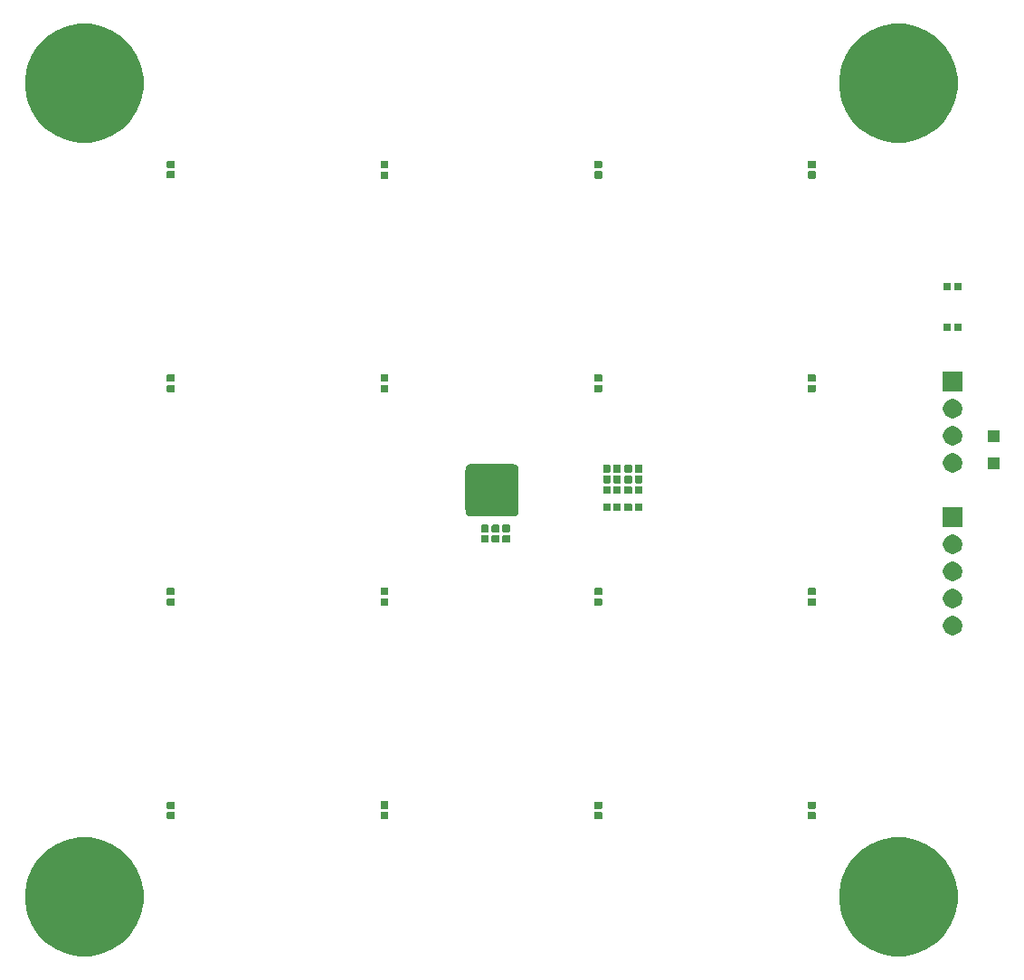
<source format=gbr>
G04 #@! TF.GenerationSoftware,KiCad,Pcbnew,(5.1.5)-3*
G04 #@! TF.CreationDate,2020-04-16T13:08:58+02:00*
G04 #@! TF.ProjectId,TGPG_breakoutboard,54475047-5f62-4726-9561-6b6f7574626f,rev?*
G04 #@! TF.SameCoordinates,Original*
G04 #@! TF.FileFunction,Soldermask,Top*
G04 #@! TF.FilePolarity,Negative*
%FSLAX46Y46*%
G04 Gerber Fmt 4.6, Leading zero omitted, Abs format (unit mm)*
G04 Created by KiCad (PCBNEW (5.1.5)-3) date 2020-04-16 13:08:58*
%MOMM*%
%LPD*%
G04 APERTURE LIST*
%ADD10C,0.600000*%
%ADD11C,0.100000*%
G04 APERTURE END LIST*
D10*
G36*
X142150000Y-92150000D02*
G01*
X137850000Y-92150000D01*
X137850000Y-87850000D01*
X142150000Y-87850000D01*
X142150000Y-92150000D01*
G37*
X142150000Y-92150000D02*
X137850000Y-92150000D01*
X137850000Y-87850000D01*
X142150000Y-87850000D01*
X142150000Y-92150000D01*
D11*
G36*
X179719166Y-122762321D02*
G01*
X180729383Y-123180767D01*
X180729385Y-123180768D01*
X180958220Y-123333671D01*
X181638556Y-123788256D01*
X182411744Y-124561444D01*
X183019233Y-125470617D01*
X183437679Y-126480834D01*
X183651000Y-127553273D01*
X183651000Y-128646727D01*
X183437679Y-129719166D01*
X183019233Y-130729383D01*
X182411744Y-131638556D01*
X181638556Y-132411744D01*
X180958220Y-132866329D01*
X180729385Y-133019232D01*
X180729384Y-133019233D01*
X180729383Y-133019233D01*
X179719166Y-133437679D01*
X178646727Y-133651000D01*
X177553273Y-133651000D01*
X176480834Y-133437679D01*
X175470617Y-133019233D01*
X175470616Y-133019233D01*
X175470615Y-133019232D01*
X175241780Y-132866329D01*
X174561444Y-132411744D01*
X173788256Y-131638556D01*
X173180767Y-130729383D01*
X172762321Y-129719166D01*
X172549000Y-128646727D01*
X172549000Y-127553273D01*
X172762321Y-126480834D01*
X173180767Y-125470617D01*
X173788256Y-124561444D01*
X174561444Y-123788256D01*
X175241780Y-123333670D01*
X175470615Y-123180768D01*
X175470617Y-123180767D01*
X176480834Y-122762321D01*
X177553273Y-122549000D01*
X178646727Y-122549000D01*
X179719166Y-122762321D01*
G37*
G36*
X103519166Y-122762321D02*
G01*
X104529383Y-123180767D01*
X104529385Y-123180768D01*
X104758220Y-123333671D01*
X105438556Y-123788256D01*
X106211744Y-124561444D01*
X106819233Y-125470617D01*
X107237679Y-126480834D01*
X107451000Y-127553273D01*
X107451000Y-128646727D01*
X107237679Y-129719166D01*
X106819233Y-130729383D01*
X106211744Y-131638556D01*
X105438556Y-132411744D01*
X104758220Y-132866329D01*
X104529385Y-133019232D01*
X104529384Y-133019233D01*
X104529383Y-133019233D01*
X103519166Y-133437679D01*
X102446727Y-133651000D01*
X101353273Y-133651000D01*
X100280834Y-133437679D01*
X99270617Y-133019233D01*
X99270616Y-133019233D01*
X99270615Y-133019232D01*
X99041780Y-132866329D01*
X98361444Y-132411744D01*
X97588256Y-131638556D01*
X96980767Y-130729383D01*
X96562321Y-129719166D01*
X96349000Y-128646727D01*
X96349000Y-127553273D01*
X96562321Y-126480834D01*
X96980767Y-125470617D01*
X97588256Y-124561444D01*
X98361444Y-123788256D01*
X99041780Y-123333670D01*
X99270615Y-123180768D01*
X99270617Y-123180767D01*
X100280834Y-122762321D01*
X101353273Y-122549000D01*
X102446727Y-122549000D01*
X103519166Y-122762321D01*
G37*
G36*
X110281938Y-120141716D02*
G01*
X110302557Y-120147971D01*
X110321553Y-120158124D01*
X110338208Y-120171792D01*
X110351876Y-120188447D01*
X110362029Y-120207443D01*
X110368284Y-120228062D01*
X110371000Y-120255640D01*
X110371000Y-120714360D01*
X110368284Y-120741938D01*
X110362029Y-120762557D01*
X110351876Y-120781553D01*
X110338208Y-120798208D01*
X110321553Y-120811876D01*
X110302557Y-120822029D01*
X110281938Y-120828284D01*
X110254360Y-120831000D01*
X109745640Y-120831000D01*
X109718062Y-120828284D01*
X109697443Y-120822029D01*
X109678447Y-120811876D01*
X109661792Y-120798208D01*
X109648124Y-120781553D01*
X109637971Y-120762557D01*
X109631716Y-120741938D01*
X109629000Y-120714360D01*
X109629000Y-120255640D01*
X109631716Y-120228062D01*
X109637971Y-120207443D01*
X109648124Y-120188447D01*
X109661792Y-120171792D01*
X109678447Y-120158124D01*
X109697443Y-120147971D01*
X109718062Y-120141716D01*
X109745640Y-120139000D01*
X110254360Y-120139000D01*
X110281938Y-120141716D01*
G37*
G36*
X150281938Y-120141716D02*
G01*
X150302557Y-120147971D01*
X150321553Y-120158124D01*
X150338208Y-120171792D01*
X150351876Y-120188447D01*
X150362029Y-120207443D01*
X150368284Y-120228062D01*
X150371000Y-120255640D01*
X150371000Y-120714360D01*
X150368284Y-120741938D01*
X150362029Y-120762557D01*
X150351876Y-120781553D01*
X150338208Y-120798208D01*
X150321553Y-120811876D01*
X150302557Y-120822029D01*
X150281938Y-120828284D01*
X150254360Y-120831000D01*
X149745640Y-120831000D01*
X149718062Y-120828284D01*
X149697443Y-120822029D01*
X149678447Y-120811876D01*
X149661792Y-120798208D01*
X149648124Y-120781553D01*
X149637971Y-120762557D01*
X149631716Y-120741938D01*
X149629000Y-120714360D01*
X149629000Y-120255640D01*
X149631716Y-120228062D01*
X149637971Y-120207443D01*
X149648124Y-120188447D01*
X149661792Y-120171792D01*
X149678447Y-120158124D01*
X149697443Y-120147971D01*
X149718062Y-120141716D01*
X149745640Y-120139000D01*
X150254360Y-120139000D01*
X150281938Y-120141716D01*
G37*
G36*
X170281938Y-120141716D02*
G01*
X170302557Y-120147971D01*
X170321553Y-120158124D01*
X170338208Y-120171792D01*
X170351876Y-120188447D01*
X170362029Y-120207443D01*
X170368284Y-120228062D01*
X170371000Y-120255640D01*
X170371000Y-120714360D01*
X170368284Y-120741938D01*
X170362029Y-120762557D01*
X170351876Y-120781553D01*
X170338208Y-120798208D01*
X170321553Y-120811876D01*
X170302557Y-120822029D01*
X170281938Y-120828284D01*
X170254360Y-120831000D01*
X169745640Y-120831000D01*
X169718062Y-120828284D01*
X169697443Y-120822029D01*
X169678447Y-120811876D01*
X169661792Y-120798208D01*
X169648124Y-120781553D01*
X169637971Y-120762557D01*
X169631716Y-120741938D01*
X169629000Y-120714360D01*
X169629000Y-120255640D01*
X169631716Y-120228062D01*
X169637971Y-120207443D01*
X169648124Y-120188447D01*
X169661792Y-120171792D01*
X169678447Y-120158124D01*
X169697443Y-120147971D01*
X169718062Y-120141716D01*
X169745640Y-120139000D01*
X170254360Y-120139000D01*
X170281938Y-120141716D01*
G37*
G36*
X130281938Y-120126716D02*
G01*
X130302557Y-120132971D01*
X130321553Y-120143124D01*
X130338208Y-120156792D01*
X130351876Y-120173447D01*
X130362029Y-120192443D01*
X130368284Y-120213062D01*
X130371000Y-120240640D01*
X130371000Y-120699360D01*
X130368284Y-120726938D01*
X130362029Y-120747557D01*
X130351876Y-120766553D01*
X130338208Y-120783208D01*
X130321553Y-120796876D01*
X130302557Y-120807029D01*
X130281938Y-120813284D01*
X130254360Y-120816000D01*
X129745640Y-120816000D01*
X129718062Y-120813284D01*
X129697443Y-120807029D01*
X129678447Y-120796876D01*
X129661792Y-120783208D01*
X129648124Y-120766553D01*
X129637971Y-120747557D01*
X129631716Y-120726938D01*
X129629000Y-120699360D01*
X129629000Y-120240640D01*
X129631716Y-120213062D01*
X129637971Y-120192443D01*
X129648124Y-120173447D01*
X129661792Y-120156792D01*
X129678447Y-120143124D01*
X129697443Y-120132971D01*
X129718062Y-120126716D01*
X129745640Y-120124000D01*
X130254360Y-120124000D01*
X130281938Y-120126716D01*
G37*
G36*
X170281938Y-119171716D02*
G01*
X170302557Y-119177971D01*
X170321553Y-119188124D01*
X170338208Y-119201792D01*
X170351876Y-119218447D01*
X170362029Y-119237443D01*
X170368284Y-119258062D01*
X170371000Y-119285640D01*
X170371000Y-119744360D01*
X170368284Y-119771938D01*
X170362029Y-119792557D01*
X170351876Y-119811553D01*
X170338208Y-119828208D01*
X170321553Y-119841876D01*
X170302557Y-119852029D01*
X170281938Y-119858284D01*
X170254360Y-119861000D01*
X169745640Y-119861000D01*
X169718062Y-119858284D01*
X169697443Y-119852029D01*
X169678447Y-119841876D01*
X169661792Y-119828208D01*
X169648124Y-119811553D01*
X169637971Y-119792557D01*
X169631716Y-119771938D01*
X169629000Y-119744360D01*
X169629000Y-119285640D01*
X169631716Y-119258062D01*
X169637971Y-119237443D01*
X169648124Y-119218447D01*
X169661792Y-119201792D01*
X169678447Y-119188124D01*
X169697443Y-119177971D01*
X169718062Y-119171716D01*
X169745640Y-119169000D01*
X170254360Y-119169000D01*
X170281938Y-119171716D01*
G37*
G36*
X150281938Y-119171716D02*
G01*
X150302557Y-119177971D01*
X150321553Y-119188124D01*
X150338208Y-119201792D01*
X150351876Y-119218447D01*
X150362029Y-119237443D01*
X150368284Y-119258062D01*
X150371000Y-119285640D01*
X150371000Y-119744360D01*
X150368284Y-119771938D01*
X150362029Y-119792557D01*
X150351876Y-119811553D01*
X150338208Y-119828208D01*
X150321553Y-119841876D01*
X150302557Y-119852029D01*
X150281938Y-119858284D01*
X150254360Y-119861000D01*
X149745640Y-119861000D01*
X149718062Y-119858284D01*
X149697443Y-119852029D01*
X149678447Y-119841876D01*
X149661792Y-119828208D01*
X149648124Y-119811553D01*
X149637971Y-119792557D01*
X149631716Y-119771938D01*
X149629000Y-119744360D01*
X149629000Y-119285640D01*
X149631716Y-119258062D01*
X149637971Y-119237443D01*
X149648124Y-119218447D01*
X149661792Y-119201792D01*
X149678447Y-119188124D01*
X149697443Y-119177971D01*
X149718062Y-119171716D01*
X149745640Y-119169000D01*
X150254360Y-119169000D01*
X150281938Y-119171716D01*
G37*
G36*
X110281938Y-119171716D02*
G01*
X110302557Y-119177971D01*
X110321553Y-119188124D01*
X110338208Y-119201792D01*
X110351876Y-119218447D01*
X110362029Y-119237443D01*
X110368284Y-119258062D01*
X110371000Y-119285640D01*
X110371000Y-119744360D01*
X110368284Y-119771938D01*
X110362029Y-119792557D01*
X110351876Y-119811553D01*
X110338208Y-119828208D01*
X110321553Y-119841876D01*
X110302557Y-119852029D01*
X110281938Y-119858284D01*
X110254360Y-119861000D01*
X109745640Y-119861000D01*
X109718062Y-119858284D01*
X109697443Y-119852029D01*
X109678447Y-119841876D01*
X109661792Y-119828208D01*
X109648124Y-119811553D01*
X109637971Y-119792557D01*
X109631716Y-119771938D01*
X109629000Y-119744360D01*
X109629000Y-119285640D01*
X109631716Y-119258062D01*
X109637971Y-119237443D01*
X109648124Y-119218447D01*
X109661792Y-119201792D01*
X109678447Y-119188124D01*
X109697443Y-119177971D01*
X109718062Y-119171716D01*
X109745640Y-119169000D01*
X110254360Y-119169000D01*
X110281938Y-119171716D01*
G37*
G36*
X130281938Y-119156716D02*
G01*
X130302557Y-119162971D01*
X130321553Y-119173124D01*
X130338208Y-119186792D01*
X130351876Y-119203447D01*
X130362029Y-119222443D01*
X130368284Y-119243062D01*
X130371000Y-119270640D01*
X130371000Y-119729360D01*
X130368284Y-119756938D01*
X130362029Y-119777557D01*
X130351876Y-119796553D01*
X130338208Y-119813208D01*
X130321553Y-119826876D01*
X130302557Y-119837029D01*
X130281938Y-119843284D01*
X130254360Y-119846000D01*
X129745640Y-119846000D01*
X129718062Y-119843284D01*
X129697443Y-119837029D01*
X129678447Y-119826876D01*
X129661792Y-119813208D01*
X129648124Y-119796553D01*
X129637971Y-119777557D01*
X129631716Y-119756938D01*
X129629000Y-119729360D01*
X129629000Y-119270640D01*
X129631716Y-119243062D01*
X129637971Y-119222443D01*
X129648124Y-119203447D01*
X129661792Y-119186792D01*
X129678447Y-119173124D01*
X129697443Y-119162971D01*
X129718062Y-119156716D01*
X129745640Y-119154000D01*
X130254360Y-119154000D01*
X130281938Y-119156716D01*
G37*
G36*
X183293512Y-101803927D02*
G01*
X183442812Y-101833624D01*
X183606784Y-101901544D01*
X183754354Y-102000147D01*
X183879853Y-102125646D01*
X183978456Y-102273216D01*
X184046376Y-102437188D01*
X184081000Y-102611259D01*
X184081000Y-102788741D01*
X184046376Y-102962812D01*
X183978456Y-103126784D01*
X183879853Y-103274354D01*
X183754354Y-103399853D01*
X183606784Y-103498456D01*
X183442812Y-103566376D01*
X183293512Y-103596073D01*
X183268742Y-103601000D01*
X183091258Y-103601000D01*
X183066488Y-103596073D01*
X182917188Y-103566376D01*
X182753216Y-103498456D01*
X182605646Y-103399853D01*
X182480147Y-103274354D01*
X182381544Y-103126784D01*
X182313624Y-102962812D01*
X182279000Y-102788741D01*
X182279000Y-102611259D01*
X182313624Y-102437188D01*
X182381544Y-102273216D01*
X182480147Y-102125646D01*
X182605646Y-102000147D01*
X182753216Y-101901544D01*
X182917188Y-101833624D01*
X183066488Y-101803927D01*
X183091258Y-101799000D01*
X183268742Y-101799000D01*
X183293512Y-101803927D01*
G37*
G36*
X183293512Y-99263927D02*
G01*
X183442812Y-99293624D01*
X183606784Y-99361544D01*
X183754354Y-99460147D01*
X183879853Y-99585646D01*
X183978456Y-99733216D01*
X184046376Y-99897188D01*
X184081000Y-100071259D01*
X184081000Y-100248741D01*
X184046376Y-100422812D01*
X183978456Y-100586784D01*
X183879853Y-100734354D01*
X183754354Y-100859853D01*
X183606784Y-100958456D01*
X183442812Y-101026376D01*
X183293512Y-101056073D01*
X183268742Y-101061000D01*
X183091258Y-101061000D01*
X183066488Y-101056073D01*
X182917188Y-101026376D01*
X182753216Y-100958456D01*
X182605646Y-100859853D01*
X182480147Y-100734354D01*
X182381544Y-100586784D01*
X182313624Y-100422812D01*
X182279000Y-100248741D01*
X182279000Y-100071259D01*
X182313624Y-99897188D01*
X182381544Y-99733216D01*
X182480147Y-99585646D01*
X182605646Y-99460147D01*
X182753216Y-99361544D01*
X182917188Y-99293624D01*
X183066488Y-99263927D01*
X183091258Y-99259000D01*
X183268742Y-99259000D01*
X183293512Y-99263927D01*
G37*
G36*
X170281938Y-100141716D02*
G01*
X170302557Y-100147971D01*
X170321553Y-100158124D01*
X170338208Y-100171792D01*
X170351876Y-100188447D01*
X170362029Y-100207443D01*
X170368284Y-100228062D01*
X170371000Y-100255640D01*
X170371000Y-100714360D01*
X170368284Y-100741938D01*
X170362029Y-100762557D01*
X170351876Y-100781553D01*
X170338208Y-100798208D01*
X170321553Y-100811876D01*
X170302557Y-100822029D01*
X170281938Y-100828284D01*
X170254360Y-100831000D01*
X169745640Y-100831000D01*
X169718062Y-100828284D01*
X169697443Y-100822029D01*
X169678447Y-100811876D01*
X169661792Y-100798208D01*
X169648124Y-100781553D01*
X169637971Y-100762557D01*
X169631716Y-100741938D01*
X169629000Y-100714360D01*
X169629000Y-100255640D01*
X169631716Y-100228062D01*
X169637971Y-100207443D01*
X169648124Y-100188447D01*
X169661792Y-100171792D01*
X169678447Y-100158124D01*
X169697443Y-100147971D01*
X169718062Y-100141716D01*
X169745640Y-100139000D01*
X170254360Y-100139000D01*
X170281938Y-100141716D01*
G37*
G36*
X150281938Y-100141716D02*
G01*
X150302557Y-100147971D01*
X150321553Y-100158124D01*
X150338208Y-100171792D01*
X150351876Y-100188447D01*
X150362029Y-100207443D01*
X150368284Y-100228062D01*
X150371000Y-100255640D01*
X150371000Y-100714360D01*
X150368284Y-100741938D01*
X150362029Y-100762557D01*
X150351876Y-100781553D01*
X150338208Y-100798208D01*
X150321553Y-100811876D01*
X150302557Y-100822029D01*
X150281938Y-100828284D01*
X150254360Y-100831000D01*
X149745640Y-100831000D01*
X149718062Y-100828284D01*
X149697443Y-100822029D01*
X149678447Y-100811876D01*
X149661792Y-100798208D01*
X149648124Y-100781553D01*
X149637971Y-100762557D01*
X149631716Y-100741938D01*
X149629000Y-100714360D01*
X149629000Y-100255640D01*
X149631716Y-100228062D01*
X149637971Y-100207443D01*
X149648124Y-100188447D01*
X149661792Y-100171792D01*
X149678447Y-100158124D01*
X149697443Y-100147971D01*
X149718062Y-100141716D01*
X149745640Y-100139000D01*
X150254360Y-100139000D01*
X150281938Y-100141716D01*
G37*
G36*
X110281938Y-100141716D02*
G01*
X110302557Y-100147971D01*
X110321553Y-100158124D01*
X110338208Y-100171792D01*
X110351876Y-100188447D01*
X110362029Y-100207443D01*
X110368284Y-100228062D01*
X110371000Y-100255640D01*
X110371000Y-100714360D01*
X110368284Y-100741938D01*
X110362029Y-100762557D01*
X110351876Y-100781553D01*
X110338208Y-100798208D01*
X110321553Y-100811876D01*
X110302557Y-100822029D01*
X110281938Y-100828284D01*
X110254360Y-100831000D01*
X109745640Y-100831000D01*
X109718062Y-100828284D01*
X109697443Y-100822029D01*
X109678447Y-100811876D01*
X109661792Y-100798208D01*
X109648124Y-100781553D01*
X109637971Y-100762557D01*
X109631716Y-100741938D01*
X109629000Y-100714360D01*
X109629000Y-100255640D01*
X109631716Y-100228062D01*
X109637971Y-100207443D01*
X109648124Y-100188447D01*
X109661792Y-100171792D01*
X109678447Y-100158124D01*
X109697443Y-100147971D01*
X109718062Y-100141716D01*
X109745640Y-100139000D01*
X110254360Y-100139000D01*
X110281938Y-100141716D01*
G37*
G36*
X130281938Y-100126716D02*
G01*
X130302557Y-100132971D01*
X130321553Y-100143124D01*
X130338208Y-100156792D01*
X130351876Y-100173447D01*
X130362029Y-100192443D01*
X130368284Y-100213062D01*
X130371000Y-100240640D01*
X130371000Y-100699360D01*
X130368284Y-100726938D01*
X130362029Y-100747557D01*
X130351876Y-100766553D01*
X130338208Y-100783208D01*
X130321553Y-100796876D01*
X130302557Y-100807029D01*
X130281938Y-100813284D01*
X130254360Y-100816000D01*
X129745640Y-100816000D01*
X129718062Y-100813284D01*
X129697443Y-100807029D01*
X129678447Y-100796876D01*
X129661792Y-100783208D01*
X129648124Y-100766553D01*
X129637971Y-100747557D01*
X129631716Y-100726938D01*
X129629000Y-100699360D01*
X129629000Y-100240640D01*
X129631716Y-100213062D01*
X129637971Y-100192443D01*
X129648124Y-100173447D01*
X129661792Y-100156792D01*
X129678447Y-100143124D01*
X129697443Y-100132971D01*
X129718062Y-100126716D01*
X129745640Y-100124000D01*
X130254360Y-100124000D01*
X130281938Y-100126716D01*
G37*
G36*
X150281938Y-99171716D02*
G01*
X150302557Y-99177971D01*
X150321553Y-99188124D01*
X150338208Y-99201792D01*
X150351876Y-99218447D01*
X150362029Y-99237443D01*
X150368284Y-99258062D01*
X150371000Y-99285640D01*
X150371000Y-99744360D01*
X150368284Y-99771938D01*
X150362029Y-99792557D01*
X150351876Y-99811553D01*
X150338208Y-99828208D01*
X150321553Y-99841876D01*
X150302557Y-99852029D01*
X150281938Y-99858284D01*
X150254360Y-99861000D01*
X149745640Y-99861000D01*
X149718062Y-99858284D01*
X149697443Y-99852029D01*
X149678447Y-99841876D01*
X149661792Y-99828208D01*
X149648124Y-99811553D01*
X149637971Y-99792557D01*
X149631716Y-99771938D01*
X149629000Y-99744360D01*
X149629000Y-99285640D01*
X149631716Y-99258062D01*
X149637971Y-99237443D01*
X149648124Y-99218447D01*
X149661792Y-99201792D01*
X149678447Y-99188124D01*
X149697443Y-99177971D01*
X149718062Y-99171716D01*
X149745640Y-99169000D01*
X150254360Y-99169000D01*
X150281938Y-99171716D01*
G37*
G36*
X170281938Y-99171716D02*
G01*
X170302557Y-99177971D01*
X170321553Y-99188124D01*
X170338208Y-99201792D01*
X170351876Y-99218447D01*
X170362029Y-99237443D01*
X170368284Y-99258062D01*
X170371000Y-99285640D01*
X170371000Y-99744360D01*
X170368284Y-99771938D01*
X170362029Y-99792557D01*
X170351876Y-99811553D01*
X170338208Y-99828208D01*
X170321553Y-99841876D01*
X170302557Y-99852029D01*
X170281938Y-99858284D01*
X170254360Y-99861000D01*
X169745640Y-99861000D01*
X169718062Y-99858284D01*
X169697443Y-99852029D01*
X169678447Y-99841876D01*
X169661792Y-99828208D01*
X169648124Y-99811553D01*
X169637971Y-99792557D01*
X169631716Y-99771938D01*
X169629000Y-99744360D01*
X169629000Y-99285640D01*
X169631716Y-99258062D01*
X169637971Y-99237443D01*
X169648124Y-99218447D01*
X169661792Y-99201792D01*
X169678447Y-99188124D01*
X169697443Y-99177971D01*
X169718062Y-99171716D01*
X169745640Y-99169000D01*
X170254360Y-99169000D01*
X170281938Y-99171716D01*
G37*
G36*
X110281938Y-99171716D02*
G01*
X110302557Y-99177971D01*
X110321553Y-99188124D01*
X110338208Y-99201792D01*
X110351876Y-99218447D01*
X110362029Y-99237443D01*
X110368284Y-99258062D01*
X110371000Y-99285640D01*
X110371000Y-99744360D01*
X110368284Y-99771938D01*
X110362029Y-99792557D01*
X110351876Y-99811553D01*
X110338208Y-99828208D01*
X110321553Y-99841876D01*
X110302557Y-99852029D01*
X110281938Y-99858284D01*
X110254360Y-99861000D01*
X109745640Y-99861000D01*
X109718062Y-99858284D01*
X109697443Y-99852029D01*
X109678447Y-99841876D01*
X109661792Y-99828208D01*
X109648124Y-99811553D01*
X109637971Y-99792557D01*
X109631716Y-99771938D01*
X109629000Y-99744360D01*
X109629000Y-99285640D01*
X109631716Y-99258062D01*
X109637971Y-99237443D01*
X109648124Y-99218447D01*
X109661792Y-99201792D01*
X109678447Y-99188124D01*
X109697443Y-99177971D01*
X109718062Y-99171716D01*
X109745640Y-99169000D01*
X110254360Y-99169000D01*
X110281938Y-99171716D01*
G37*
G36*
X130281938Y-99156716D02*
G01*
X130302557Y-99162971D01*
X130321553Y-99173124D01*
X130338208Y-99186792D01*
X130351876Y-99203447D01*
X130362029Y-99222443D01*
X130368284Y-99243062D01*
X130371000Y-99270640D01*
X130371000Y-99729360D01*
X130368284Y-99756938D01*
X130362029Y-99777557D01*
X130351876Y-99796553D01*
X130338208Y-99813208D01*
X130321553Y-99826876D01*
X130302557Y-99837029D01*
X130281938Y-99843284D01*
X130254360Y-99846000D01*
X129745640Y-99846000D01*
X129718062Y-99843284D01*
X129697443Y-99837029D01*
X129678447Y-99826876D01*
X129661792Y-99813208D01*
X129648124Y-99796553D01*
X129637971Y-99777557D01*
X129631716Y-99756938D01*
X129629000Y-99729360D01*
X129629000Y-99270640D01*
X129631716Y-99243062D01*
X129637971Y-99222443D01*
X129648124Y-99203447D01*
X129661792Y-99186792D01*
X129678447Y-99173124D01*
X129697443Y-99162971D01*
X129718062Y-99156716D01*
X129745640Y-99154000D01*
X130254360Y-99154000D01*
X130281938Y-99156716D01*
G37*
G36*
X183293512Y-96723927D02*
G01*
X183442812Y-96753624D01*
X183606784Y-96821544D01*
X183754354Y-96920147D01*
X183879853Y-97045646D01*
X183978456Y-97193216D01*
X184046376Y-97357188D01*
X184081000Y-97531259D01*
X184081000Y-97708741D01*
X184046376Y-97882812D01*
X183978456Y-98046784D01*
X183879853Y-98194354D01*
X183754354Y-98319853D01*
X183606784Y-98418456D01*
X183442812Y-98486376D01*
X183293512Y-98516073D01*
X183268742Y-98521000D01*
X183091258Y-98521000D01*
X183066488Y-98516073D01*
X182917188Y-98486376D01*
X182753216Y-98418456D01*
X182605646Y-98319853D01*
X182480147Y-98194354D01*
X182381544Y-98046784D01*
X182313624Y-97882812D01*
X182279000Y-97708741D01*
X182279000Y-97531259D01*
X182313624Y-97357188D01*
X182381544Y-97193216D01*
X182480147Y-97045646D01*
X182605646Y-96920147D01*
X182753216Y-96821544D01*
X182917188Y-96753624D01*
X183066488Y-96723927D01*
X183091258Y-96719000D01*
X183268742Y-96719000D01*
X183293512Y-96723927D01*
G37*
G36*
X183293512Y-94183927D02*
G01*
X183442812Y-94213624D01*
X183606784Y-94281544D01*
X183754354Y-94380147D01*
X183879853Y-94505646D01*
X183978456Y-94653216D01*
X184046376Y-94817188D01*
X184081000Y-94991259D01*
X184081000Y-95168741D01*
X184046376Y-95342812D01*
X183978456Y-95506784D01*
X183879853Y-95654354D01*
X183754354Y-95779853D01*
X183606784Y-95878456D01*
X183442812Y-95946376D01*
X183293512Y-95976073D01*
X183268742Y-95981000D01*
X183091258Y-95981000D01*
X183066488Y-95976073D01*
X182917188Y-95946376D01*
X182753216Y-95878456D01*
X182605646Y-95779853D01*
X182480147Y-95654354D01*
X182381544Y-95506784D01*
X182313624Y-95342812D01*
X182279000Y-95168741D01*
X182279000Y-94991259D01*
X182313624Y-94817188D01*
X182381544Y-94653216D01*
X182480147Y-94505646D01*
X182605646Y-94380147D01*
X182753216Y-94281544D01*
X182917188Y-94213624D01*
X183066488Y-94183927D01*
X183091258Y-94179000D01*
X183268742Y-94179000D01*
X183293512Y-94183927D01*
G37*
G36*
X140681938Y-94226716D02*
G01*
X140702557Y-94232971D01*
X140721553Y-94243124D01*
X140738208Y-94256792D01*
X140751876Y-94273447D01*
X140762029Y-94292443D01*
X140768284Y-94313062D01*
X140771000Y-94340640D01*
X140771000Y-94799360D01*
X140768284Y-94826938D01*
X140762029Y-94847557D01*
X140751876Y-94866553D01*
X140738208Y-94883208D01*
X140721553Y-94896876D01*
X140702557Y-94907029D01*
X140681938Y-94913284D01*
X140654360Y-94916000D01*
X140145640Y-94916000D01*
X140118062Y-94913284D01*
X140097443Y-94907029D01*
X140078447Y-94896876D01*
X140061792Y-94883208D01*
X140048124Y-94866553D01*
X140037971Y-94847557D01*
X140031716Y-94826938D01*
X140029000Y-94799360D01*
X140029000Y-94340640D01*
X140031716Y-94313062D01*
X140037971Y-94292443D01*
X140048124Y-94273447D01*
X140061792Y-94256792D01*
X140078447Y-94243124D01*
X140097443Y-94232971D01*
X140118062Y-94226716D01*
X140145640Y-94224000D01*
X140654360Y-94224000D01*
X140681938Y-94226716D01*
G37*
G36*
X141681938Y-94226716D02*
G01*
X141702557Y-94232971D01*
X141721553Y-94243124D01*
X141738208Y-94256792D01*
X141751876Y-94273447D01*
X141762029Y-94292443D01*
X141768284Y-94313062D01*
X141771000Y-94340640D01*
X141771000Y-94799360D01*
X141768284Y-94826938D01*
X141762029Y-94847557D01*
X141751876Y-94866553D01*
X141738208Y-94883208D01*
X141721553Y-94896876D01*
X141702557Y-94907029D01*
X141681938Y-94913284D01*
X141654360Y-94916000D01*
X141145640Y-94916000D01*
X141118062Y-94913284D01*
X141097443Y-94907029D01*
X141078447Y-94896876D01*
X141061792Y-94883208D01*
X141048124Y-94866553D01*
X141037971Y-94847557D01*
X141031716Y-94826938D01*
X141029000Y-94799360D01*
X141029000Y-94340640D01*
X141031716Y-94313062D01*
X141037971Y-94292443D01*
X141048124Y-94273447D01*
X141061792Y-94256792D01*
X141078447Y-94243124D01*
X141097443Y-94232971D01*
X141118062Y-94226716D01*
X141145640Y-94224000D01*
X141654360Y-94224000D01*
X141681938Y-94226716D01*
G37*
G36*
X139681938Y-94226716D02*
G01*
X139702557Y-94232971D01*
X139721553Y-94243124D01*
X139738208Y-94256792D01*
X139751876Y-94273447D01*
X139762029Y-94292443D01*
X139768284Y-94313062D01*
X139771000Y-94340640D01*
X139771000Y-94799360D01*
X139768284Y-94826938D01*
X139762029Y-94847557D01*
X139751876Y-94866553D01*
X139738208Y-94883208D01*
X139721553Y-94896876D01*
X139702557Y-94907029D01*
X139681938Y-94913284D01*
X139654360Y-94916000D01*
X139145640Y-94916000D01*
X139118062Y-94913284D01*
X139097443Y-94907029D01*
X139078447Y-94896876D01*
X139061792Y-94883208D01*
X139048124Y-94866553D01*
X139037971Y-94847557D01*
X139031716Y-94826938D01*
X139029000Y-94799360D01*
X139029000Y-94340640D01*
X139031716Y-94313062D01*
X139037971Y-94292443D01*
X139048124Y-94273447D01*
X139061792Y-94256792D01*
X139078447Y-94243124D01*
X139097443Y-94232971D01*
X139118062Y-94226716D01*
X139145640Y-94224000D01*
X139654360Y-94224000D01*
X139681938Y-94226716D01*
G37*
G36*
X140681938Y-93256716D02*
G01*
X140702557Y-93262971D01*
X140721553Y-93273124D01*
X140738208Y-93286792D01*
X140751876Y-93303447D01*
X140762029Y-93322443D01*
X140768284Y-93343062D01*
X140771000Y-93370640D01*
X140771000Y-93829360D01*
X140768284Y-93856938D01*
X140762029Y-93877557D01*
X140751876Y-93896553D01*
X140738208Y-93913208D01*
X140721553Y-93926876D01*
X140702557Y-93937029D01*
X140681938Y-93943284D01*
X140654360Y-93946000D01*
X140145640Y-93946000D01*
X140118062Y-93943284D01*
X140097443Y-93937029D01*
X140078447Y-93926876D01*
X140061792Y-93913208D01*
X140048124Y-93896553D01*
X140037971Y-93877557D01*
X140031716Y-93856938D01*
X140029000Y-93829360D01*
X140029000Y-93370640D01*
X140031716Y-93343062D01*
X140037971Y-93322443D01*
X140048124Y-93303447D01*
X140061792Y-93286792D01*
X140078447Y-93273124D01*
X140097443Y-93262971D01*
X140118062Y-93256716D01*
X140145640Y-93254000D01*
X140654360Y-93254000D01*
X140681938Y-93256716D01*
G37*
G36*
X141681938Y-93256716D02*
G01*
X141702557Y-93262971D01*
X141721553Y-93273124D01*
X141738208Y-93286792D01*
X141751876Y-93303447D01*
X141762029Y-93322443D01*
X141768284Y-93343062D01*
X141771000Y-93370640D01*
X141771000Y-93829360D01*
X141768284Y-93856938D01*
X141762029Y-93877557D01*
X141751876Y-93896553D01*
X141738208Y-93913208D01*
X141721553Y-93926876D01*
X141702557Y-93937029D01*
X141681938Y-93943284D01*
X141654360Y-93946000D01*
X141145640Y-93946000D01*
X141118062Y-93943284D01*
X141097443Y-93937029D01*
X141078447Y-93926876D01*
X141061792Y-93913208D01*
X141048124Y-93896553D01*
X141037971Y-93877557D01*
X141031716Y-93856938D01*
X141029000Y-93829360D01*
X141029000Y-93370640D01*
X141031716Y-93343062D01*
X141037971Y-93322443D01*
X141048124Y-93303447D01*
X141061792Y-93286792D01*
X141078447Y-93273124D01*
X141097443Y-93262971D01*
X141118062Y-93256716D01*
X141145640Y-93254000D01*
X141654360Y-93254000D01*
X141681938Y-93256716D01*
G37*
G36*
X139681938Y-93256716D02*
G01*
X139702557Y-93262971D01*
X139721553Y-93273124D01*
X139738208Y-93286792D01*
X139751876Y-93303447D01*
X139762029Y-93322443D01*
X139768284Y-93343062D01*
X139771000Y-93370640D01*
X139771000Y-93829360D01*
X139768284Y-93856938D01*
X139762029Y-93877557D01*
X139751876Y-93896553D01*
X139738208Y-93913208D01*
X139721553Y-93926876D01*
X139702557Y-93937029D01*
X139681938Y-93943284D01*
X139654360Y-93946000D01*
X139145640Y-93946000D01*
X139118062Y-93943284D01*
X139097443Y-93937029D01*
X139078447Y-93926876D01*
X139061792Y-93913208D01*
X139048124Y-93896553D01*
X139037971Y-93877557D01*
X139031716Y-93856938D01*
X139029000Y-93829360D01*
X139029000Y-93370640D01*
X139031716Y-93343062D01*
X139037971Y-93322443D01*
X139048124Y-93303447D01*
X139061792Y-93286792D01*
X139078447Y-93273124D01*
X139097443Y-93262971D01*
X139118062Y-93256716D01*
X139145640Y-93254000D01*
X139654360Y-93254000D01*
X139681938Y-93256716D01*
G37*
G36*
X184081000Y-93441000D02*
G01*
X182279000Y-93441000D01*
X182279000Y-91639000D01*
X184081000Y-91639000D01*
X184081000Y-93441000D01*
G37*
G36*
X142102500Y-88032501D02*
G01*
X142104902Y-88056887D01*
X142112015Y-88080336D01*
X142123566Y-88101947D01*
X142139111Y-88120889D01*
X142158053Y-88136434D01*
X142179664Y-88147985D01*
X142203113Y-88155098D01*
X142227499Y-88157500D01*
X142450000Y-88157500D01*
X142450000Y-91832500D01*
X142217499Y-91832500D01*
X142193113Y-91834902D01*
X142169664Y-91842015D01*
X142148053Y-91853566D01*
X142129111Y-91869111D01*
X142113566Y-91888053D01*
X142102015Y-91909664D01*
X142094902Y-91933113D01*
X142092500Y-91957499D01*
X142092500Y-92450000D01*
X137917500Y-92450000D01*
X137917500Y-91967499D01*
X137915098Y-91943113D01*
X137907985Y-91919664D01*
X137896434Y-91898053D01*
X137880889Y-91879111D01*
X137861947Y-91863566D01*
X137840336Y-91852015D01*
X137816887Y-91844902D01*
X137792501Y-91842500D01*
X137550000Y-91842500D01*
X137550000Y-88167500D01*
X137802501Y-88167500D01*
X137826887Y-88165098D01*
X137850336Y-88157985D01*
X137871947Y-88146434D01*
X137890889Y-88130889D01*
X137906434Y-88111947D01*
X137917985Y-88090336D01*
X137925098Y-88066887D01*
X137927500Y-88042501D01*
X137927500Y-87550000D01*
X142102500Y-87550000D01*
X142102500Y-88032501D01*
G37*
G36*
X151071938Y-91231716D02*
G01*
X151092557Y-91237971D01*
X151111553Y-91248124D01*
X151128208Y-91261792D01*
X151141876Y-91278447D01*
X151152029Y-91297443D01*
X151158284Y-91318062D01*
X151161000Y-91345640D01*
X151161000Y-91854360D01*
X151158284Y-91881938D01*
X151152029Y-91902557D01*
X151141876Y-91921553D01*
X151128208Y-91938208D01*
X151111553Y-91951876D01*
X151092557Y-91962029D01*
X151071938Y-91968284D01*
X151044360Y-91971000D01*
X150585640Y-91971000D01*
X150558062Y-91968284D01*
X150537443Y-91962029D01*
X150518447Y-91951876D01*
X150501792Y-91938208D01*
X150488124Y-91921553D01*
X150477971Y-91902557D01*
X150471716Y-91881938D01*
X150469000Y-91854360D01*
X150469000Y-91345640D01*
X150471716Y-91318062D01*
X150477971Y-91297443D01*
X150488124Y-91278447D01*
X150501792Y-91261792D01*
X150518447Y-91248124D01*
X150537443Y-91237971D01*
X150558062Y-91231716D01*
X150585640Y-91229000D01*
X151044360Y-91229000D01*
X151071938Y-91231716D01*
G37*
G36*
X152041938Y-91231716D02*
G01*
X152062557Y-91237971D01*
X152081553Y-91248124D01*
X152098208Y-91261792D01*
X152111876Y-91278447D01*
X152122029Y-91297443D01*
X152128284Y-91318062D01*
X152131000Y-91345640D01*
X152131000Y-91854360D01*
X152128284Y-91881938D01*
X152122029Y-91902557D01*
X152111876Y-91921553D01*
X152098208Y-91938208D01*
X152081553Y-91951876D01*
X152062557Y-91962029D01*
X152041938Y-91968284D01*
X152014360Y-91971000D01*
X151555640Y-91971000D01*
X151528062Y-91968284D01*
X151507443Y-91962029D01*
X151488447Y-91951876D01*
X151471792Y-91938208D01*
X151458124Y-91921553D01*
X151447971Y-91902557D01*
X151441716Y-91881938D01*
X151439000Y-91854360D01*
X151439000Y-91345640D01*
X151441716Y-91318062D01*
X151447971Y-91297443D01*
X151458124Y-91278447D01*
X151471792Y-91261792D01*
X151488447Y-91248124D01*
X151507443Y-91237971D01*
X151528062Y-91231716D01*
X151555640Y-91229000D01*
X152014360Y-91229000D01*
X152041938Y-91231716D01*
G37*
G36*
X153071938Y-91231716D02*
G01*
X153092557Y-91237971D01*
X153111553Y-91248124D01*
X153128208Y-91261792D01*
X153141876Y-91278447D01*
X153152029Y-91297443D01*
X153158284Y-91318062D01*
X153161000Y-91345640D01*
X153161000Y-91854360D01*
X153158284Y-91881938D01*
X153152029Y-91902557D01*
X153141876Y-91921553D01*
X153128208Y-91938208D01*
X153111553Y-91951876D01*
X153092557Y-91962029D01*
X153071938Y-91968284D01*
X153044360Y-91971000D01*
X152585640Y-91971000D01*
X152558062Y-91968284D01*
X152537443Y-91962029D01*
X152518447Y-91951876D01*
X152501792Y-91938208D01*
X152488124Y-91921553D01*
X152477971Y-91902557D01*
X152471716Y-91881938D01*
X152469000Y-91854360D01*
X152469000Y-91345640D01*
X152471716Y-91318062D01*
X152477971Y-91297443D01*
X152488124Y-91278447D01*
X152501792Y-91261792D01*
X152518447Y-91248124D01*
X152537443Y-91237971D01*
X152558062Y-91231716D01*
X152585640Y-91229000D01*
X153044360Y-91229000D01*
X153071938Y-91231716D01*
G37*
G36*
X154041938Y-91231716D02*
G01*
X154062557Y-91237971D01*
X154081553Y-91248124D01*
X154098208Y-91261792D01*
X154111876Y-91278447D01*
X154122029Y-91297443D01*
X154128284Y-91318062D01*
X154131000Y-91345640D01*
X154131000Y-91854360D01*
X154128284Y-91881938D01*
X154122029Y-91902557D01*
X154111876Y-91921553D01*
X154098208Y-91938208D01*
X154081553Y-91951876D01*
X154062557Y-91962029D01*
X154041938Y-91968284D01*
X154014360Y-91971000D01*
X153555640Y-91971000D01*
X153528062Y-91968284D01*
X153507443Y-91962029D01*
X153488447Y-91951876D01*
X153471792Y-91938208D01*
X153458124Y-91921553D01*
X153447971Y-91902557D01*
X153441716Y-91881938D01*
X153439000Y-91854360D01*
X153439000Y-91345640D01*
X153441716Y-91318062D01*
X153447971Y-91297443D01*
X153458124Y-91278447D01*
X153471792Y-91261792D01*
X153488447Y-91248124D01*
X153507443Y-91237971D01*
X153528062Y-91231716D01*
X153555640Y-91229000D01*
X154014360Y-91229000D01*
X154041938Y-91231716D01*
G37*
G36*
X152041938Y-89631716D02*
G01*
X152062557Y-89637971D01*
X152081553Y-89648124D01*
X152098208Y-89661792D01*
X152111876Y-89678447D01*
X152122029Y-89697443D01*
X152128284Y-89718062D01*
X152131000Y-89745640D01*
X152131000Y-90254360D01*
X152128284Y-90281938D01*
X152122029Y-90302557D01*
X152111876Y-90321553D01*
X152098208Y-90338208D01*
X152081553Y-90351876D01*
X152062557Y-90362029D01*
X152041938Y-90368284D01*
X152014360Y-90371000D01*
X151555640Y-90371000D01*
X151528062Y-90368284D01*
X151507443Y-90362029D01*
X151488447Y-90351876D01*
X151471792Y-90338208D01*
X151458124Y-90321553D01*
X151447971Y-90302557D01*
X151441716Y-90281938D01*
X151439000Y-90254360D01*
X151439000Y-89745640D01*
X151441716Y-89718062D01*
X151447971Y-89697443D01*
X151458124Y-89678447D01*
X151471792Y-89661792D01*
X151488447Y-89648124D01*
X151507443Y-89637971D01*
X151528062Y-89631716D01*
X151555640Y-89629000D01*
X152014360Y-89629000D01*
X152041938Y-89631716D01*
G37*
G36*
X151071938Y-89631716D02*
G01*
X151092557Y-89637971D01*
X151111553Y-89648124D01*
X151128208Y-89661792D01*
X151141876Y-89678447D01*
X151152029Y-89697443D01*
X151158284Y-89718062D01*
X151161000Y-89745640D01*
X151161000Y-90254360D01*
X151158284Y-90281938D01*
X151152029Y-90302557D01*
X151141876Y-90321553D01*
X151128208Y-90338208D01*
X151111553Y-90351876D01*
X151092557Y-90362029D01*
X151071938Y-90368284D01*
X151044360Y-90371000D01*
X150585640Y-90371000D01*
X150558062Y-90368284D01*
X150537443Y-90362029D01*
X150518447Y-90351876D01*
X150501792Y-90338208D01*
X150488124Y-90321553D01*
X150477971Y-90302557D01*
X150471716Y-90281938D01*
X150469000Y-90254360D01*
X150469000Y-89745640D01*
X150471716Y-89718062D01*
X150477971Y-89697443D01*
X150488124Y-89678447D01*
X150501792Y-89661792D01*
X150518447Y-89648124D01*
X150537443Y-89637971D01*
X150558062Y-89631716D01*
X150585640Y-89629000D01*
X151044360Y-89629000D01*
X151071938Y-89631716D01*
G37*
G36*
X153071938Y-89631716D02*
G01*
X153092557Y-89637971D01*
X153111553Y-89648124D01*
X153128208Y-89661792D01*
X153141876Y-89678447D01*
X153152029Y-89697443D01*
X153158284Y-89718062D01*
X153161000Y-89745640D01*
X153161000Y-90254360D01*
X153158284Y-90281938D01*
X153152029Y-90302557D01*
X153141876Y-90321553D01*
X153128208Y-90338208D01*
X153111553Y-90351876D01*
X153092557Y-90362029D01*
X153071938Y-90368284D01*
X153044360Y-90371000D01*
X152585640Y-90371000D01*
X152558062Y-90368284D01*
X152537443Y-90362029D01*
X152518447Y-90351876D01*
X152501792Y-90338208D01*
X152488124Y-90321553D01*
X152477971Y-90302557D01*
X152471716Y-90281938D01*
X152469000Y-90254360D01*
X152469000Y-89745640D01*
X152471716Y-89718062D01*
X152477971Y-89697443D01*
X152488124Y-89678447D01*
X152501792Y-89661792D01*
X152518447Y-89648124D01*
X152537443Y-89637971D01*
X152558062Y-89631716D01*
X152585640Y-89629000D01*
X153044360Y-89629000D01*
X153071938Y-89631716D01*
G37*
G36*
X154041938Y-89631716D02*
G01*
X154062557Y-89637971D01*
X154081553Y-89648124D01*
X154098208Y-89661792D01*
X154111876Y-89678447D01*
X154122029Y-89697443D01*
X154128284Y-89718062D01*
X154131000Y-89745640D01*
X154131000Y-90254360D01*
X154128284Y-90281938D01*
X154122029Y-90302557D01*
X154111876Y-90321553D01*
X154098208Y-90338208D01*
X154081553Y-90351876D01*
X154062557Y-90362029D01*
X154041938Y-90368284D01*
X154014360Y-90371000D01*
X153555640Y-90371000D01*
X153528062Y-90368284D01*
X153507443Y-90362029D01*
X153488447Y-90351876D01*
X153471792Y-90338208D01*
X153458124Y-90321553D01*
X153447971Y-90302557D01*
X153441716Y-90281938D01*
X153439000Y-90254360D01*
X153439000Y-89745640D01*
X153441716Y-89718062D01*
X153447971Y-89697443D01*
X153458124Y-89678447D01*
X153471792Y-89661792D01*
X153488447Y-89648124D01*
X153507443Y-89637971D01*
X153528062Y-89631716D01*
X153555640Y-89629000D01*
X154014360Y-89629000D01*
X154041938Y-89631716D01*
G37*
G36*
X151071938Y-88631716D02*
G01*
X151092557Y-88637971D01*
X151111553Y-88648124D01*
X151128208Y-88661792D01*
X151141876Y-88678447D01*
X151152029Y-88697443D01*
X151158284Y-88718062D01*
X151161000Y-88745640D01*
X151161000Y-89254360D01*
X151158284Y-89281938D01*
X151152029Y-89302557D01*
X151141876Y-89321553D01*
X151128208Y-89338208D01*
X151111553Y-89351876D01*
X151092557Y-89362029D01*
X151071938Y-89368284D01*
X151044360Y-89371000D01*
X150585640Y-89371000D01*
X150558062Y-89368284D01*
X150537443Y-89362029D01*
X150518447Y-89351876D01*
X150501792Y-89338208D01*
X150488124Y-89321553D01*
X150477971Y-89302557D01*
X150471716Y-89281938D01*
X150469000Y-89254360D01*
X150469000Y-88745640D01*
X150471716Y-88718062D01*
X150477971Y-88697443D01*
X150488124Y-88678447D01*
X150501792Y-88661792D01*
X150518447Y-88648124D01*
X150537443Y-88637971D01*
X150558062Y-88631716D01*
X150585640Y-88629000D01*
X151044360Y-88629000D01*
X151071938Y-88631716D01*
G37*
G36*
X152041938Y-88631716D02*
G01*
X152062557Y-88637971D01*
X152081553Y-88648124D01*
X152098208Y-88661792D01*
X152111876Y-88678447D01*
X152122029Y-88697443D01*
X152128284Y-88718062D01*
X152131000Y-88745640D01*
X152131000Y-89254360D01*
X152128284Y-89281938D01*
X152122029Y-89302557D01*
X152111876Y-89321553D01*
X152098208Y-89338208D01*
X152081553Y-89351876D01*
X152062557Y-89362029D01*
X152041938Y-89368284D01*
X152014360Y-89371000D01*
X151555640Y-89371000D01*
X151528062Y-89368284D01*
X151507443Y-89362029D01*
X151488447Y-89351876D01*
X151471792Y-89338208D01*
X151458124Y-89321553D01*
X151447971Y-89302557D01*
X151441716Y-89281938D01*
X151439000Y-89254360D01*
X151439000Y-88745640D01*
X151441716Y-88718062D01*
X151447971Y-88697443D01*
X151458124Y-88678447D01*
X151471792Y-88661792D01*
X151488447Y-88648124D01*
X151507443Y-88637971D01*
X151528062Y-88631716D01*
X151555640Y-88629000D01*
X152014360Y-88629000D01*
X152041938Y-88631716D01*
G37*
G36*
X153071938Y-88631716D02*
G01*
X153092557Y-88637971D01*
X153111553Y-88648124D01*
X153128208Y-88661792D01*
X153141876Y-88678447D01*
X153152029Y-88697443D01*
X153158284Y-88718062D01*
X153161000Y-88745640D01*
X153161000Y-89254360D01*
X153158284Y-89281938D01*
X153152029Y-89302557D01*
X153141876Y-89321553D01*
X153128208Y-89338208D01*
X153111553Y-89351876D01*
X153092557Y-89362029D01*
X153071938Y-89368284D01*
X153044360Y-89371000D01*
X152585640Y-89371000D01*
X152558062Y-89368284D01*
X152537443Y-89362029D01*
X152518447Y-89351876D01*
X152501792Y-89338208D01*
X152488124Y-89321553D01*
X152477971Y-89302557D01*
X152471716Y-89281938D01*
X152469000Y-89254360D01*
X152469000Y-88745640D01*
X152471716Y-88718062D01*
X152477971Y-88697443D01*
X152488124Y-88678447D01*
X152501792Y-88661792D01*
X152518447Y-88648124D01*
X152537443Y-88637971D01*
X152558062Y-88631716D01*
X152585640Y-88629000D01*
X153044360Y-88629000D01*
X153071938Y-88631716D01*
G37*
G36*
X154041938Y-88631716D02*
G01*
X154062557Y-88637971D01*
X154081553Y-88648124D01*
X154098208Y-88661792D01*
X154111876Y-88678447D01*
X154122029Y-88697443D01*
X154128284Y-88718062D01*
X154131000Y-88745640D01*
X154131000Y-89254360D01*
X154128284Y-89281938D01*
X154122029Y-89302557D01*
X154111876Y-89321553D01*
X154098208Y-89338208D01*
X154081553Y-89351876D01*
X154062557Y-89362029D01*
X154041938Y-89368284D01*
X154014360Y-89371000D01*
X153555640Y-89371000D01*
X153528062Y-89368284D01*
X153507443Y-89362029D01*
X153488447Y-89351876D01*
X153471792Y-89338208D01*
X153458124Y-89321553D01*
X153447971Y-89302557D01*
X153441716Y-89281938D01*
X153439000Y-89254360D01*
X153439000Y-88745640D01*
X153441716Y-88718062D01*
X153447971Y-88697443D01*
X153458124Y-88678447D01*
X153471792Y-88661792D01*
X153488447Y-88648124D01*
X153507443Y-88637971D01*
X153528062Y-88631716D01*
X153555640Y-88629000D01*
X154014360Y-88629000D01*
X154041938Y-88631716D01*
G37*
G36*
X154041938Y-87631716D02*
G01*
X154062557Y-87637971D01*
X154081553Y-87648124D01*
X154098208Y-87661792D01*
X154111876Y-87678447D01*
X154122029Y-87697443D01*
X154128284Y-87718062D01*
X154131000Y-87745640D01*
X154131000Y-88254360D01*
X154128284Y-88281938D01*
X154122029Y-88302557D01*
X154111876Y-88321553D01*
X154098208Y-88338208D01*
X154081553Y-88351876D01*
X154062557Y-88362029D01*
X154041938Y-88368284D01*
X154014360Y-88371000D01*
X153555640Y-88371000D01*
X153528062Y-88368284D01*
X153507443Y-88362029D01*
X153488447Y-88351876D01*
X153471792Y-88338208D01*
X153458124Y-88321553D01*
X153447971Y-88302557D01*
X153441716Y-88281938D01*
X153439000Y-88254360D01*
X153439000Y-87745640D01*
X153441716Y-87718062D01*
X153447971Y-87697443D01*
X153458124Y-87678447D01*
X153471792Y-87661792D01*
X153488447Y-87648124D01*
X153507443Y-87637971D01*
X153528062Y-87631716D01*
X153555640Y-87629000D01*
X154014360Y-87629000D01*
X154041938Y-87631716D01*
G37*
G36*
X153071938Y-87631716D02*
G01*
X153092557Y-87637971D01*
X153111553Y-87648124D01*
X153128208Y-87661792D01*
X153141876Y-87678447D01*
X153152029Y-87697443D01*
X153158284Y-87718062D01*
X153161000Y-87745640D01*
X153161000Y-88254360D01*
X153158284Y-88281938D01*
X153152029Y-88302557D01*
X153141876Y-88321553D01*
X153128208Y-88338208D01*
X153111553Y-88351876D01*
X153092557Y-88362029D01*
X153071938Y-88368284D01*
X153044360Y-88371000D01*
X152585640Y-88371000D01*
X152558062Y-88368284D01*
X152537443Y-88362029D01*
X152518447Y-88351876D01*
X152501792Y-88338208D01*
X152488124Y-88321553D01*
X152477971Y-88302557D01*
X152471716Y-88281938D01*
X152469000Y-88254360D01*
X152469000Y-87745640D01*
X152471716Y-87718062D01*
X152477971Y-87697443D01*
X152488124Y-87678447D01*
X152501792Y-87661792D01*
X152518447Y-87648124D01*
X152537443Y-87637971D01*
X152558062Y-87631716D01*
X152585640Y-87629000D01*
X153044360Y-87629000D01*
X153071938Y-87631716D01*
G37*
G36*
X152026938Y-87631716D02*
G01*
X152047557Y-87637971D01*
X152066553Y-87648124D01*
X152083208Y-87661792D01*
X152096876Y-87678447D01*
X152107029Y-87697443D01*
X152113284Y-87718062D01*
X152116000Y-87745640D01*
X152116000Y-88254360D01*
X152113284Y-88281938D01*
X152107029Y-88302557D01*
X152096876Y-88321553D01*
X152083208Y-88338208D01*
X152066553Y-88351876D01*
X152047557Y-88362029D01*
X152026938Y-88368284D01*
X151999360Y-88371000D01*
X151540640Y-88371000D01*
X151513062Y-88368284D01*
X151492443Y-88362029D01*
X151473447Y-88351876D01*
X151456792Y-88338208D01*
X151443124Y-88321553D01*
X151432971Y-88302557D01*
X151426716Y-88281938D01*
X151424000Y-88254360D01*
X151424000Y-87745640D01*
X151426716Y-87718062D01*
X151432971Y-87697443D01*
X151443124Y-87678447D01*
X151456792Y-87661792D01*
X151473447Y-87648124D01*
X151492443Y-87637971D01*
X151513062Y-87631716D01*
X151540640Y-87629000D01*
X151999360Y-87629000D01*
X152026938Y-87631716D01*
G37*
G36*
X151056938Y-87631716D02*
G01*
X151077557Y-87637971D01*
X151096553Y-87648124D01*
X151113208Y-87661792D01*
X151126876Y-87678447D01*
X151137029Y-87697443D01*
X151143284Y-87718062D01*
X151146000Y-87745640D01*
X151146000Y-88254360D01*
X151143284Y-88281938D01*
X151137029Y-88302557D01*
X151126876Y-88321553D01*
X151113208Y-88338208D01*
X151096553Y-88351876D01*
X151077557Y-88362029D01*
X151056938Y-88368284D01*
X151029360Y-88371000D01*
X150570640Y-88371000D01*
X150543062Y-88368284D01*
X150522443Y-88362029D01*
X150503447Y-88351876D01*
X150486792Y-88338208D01*
X150473124Y-88321553D01*
X150462971Y-88302557D01*
X150456716Y-88281938D01*
X150454000Y-88254360D01*
X150454000Y-87745640D01*
X150456716Y-87718062D01*
X150462971Y-87697443D01*
X150473124Y-87678447D01*
X150486792Y-87661792D01*
X150503447Y-87648124D01*
X150522443Y-87637971D01*
X150543062Y-87631716D01*
X150570640Y-87629000D01*
X151029360Y-87629000D01*
X151056938Y-87631716D01*
G37*
G36*
X183293512Y-86563927D02*
G01*
X183442812Y-86593624D01*
X183606784Y-86661544D01*
X183754354Y-86760147D01*
X183879853Y-86885646D01*
X183978456Y-87033216D01*
X184046376Y-87197188D01*
X184081000Y-87371259D01*
X184081000Y-87548741D01*
X184046376Y-87722812D01*
X183978456Y-87886784D01*
X183879853Y-88034354D01*
X183754354Y-88159853D01*
X183606784Y-88258456D01*
X183442812Y-88326376D01*
X183293512Y-88356073D01*
X183268742Y-88361000D01*
X183091258Y-88361000D01*
X183066488Y-88356073D01*
X182917188Y-88326376D01*
X182753216Y-88258456D01*
X182605646Y-88159853D01*
X182480147Y-88034354D01*
X182381544Y-87886784D01*
X182313624Y-87722812D01*
X182279000Y-87548741D01*
X182279000Y-87371259D01*
X182313624Y-87197188D01*
X182381544Y-87033216D01*
X182480147Y-86885646D01*
X182605646Y-86760147D01*
X182753216Y-86661544D01*
X182917188Y-86593624D01*
X183066488Y-86563927D01*
X183091258Y-86559000D01*
X183268742Y-86559000D01*
X183293512Y-86563927D01*
G37*
G36*
X187541000Y-88011000D02*
G01*
X186439000Y-88011000D01*
X186439000Y-86909000D01*
X187541000Y-86909000D01*
X187541000Y-88011000D01*
G37*
G36*
X183293512Y-84023927D02*
G01*
X183442812Y-84053624D01*
X183606784Y-84121544D01*
X183754354Y-84220147D01*
X183879853Y-84345646D01*
X183978456Y-84493216D01*
X184046376Y-84657188D01*
X184081000Y-84831259D01*
X184081000Y-85008741D01*
X184046376Y-85182812D01*
X183978456Y-85346784D01*
X183879853Y-85494354D01*
X183754354Y-85619853D01*
X183606784Y-85718456D01*
X183442812Y-85786376D01*
X183293512Y-85816073D01*
X183268742Y-85821000D01*
X183091258Y-85821000D01*
X183066488Y-85816073D01*
X182917188Y-85786376D01*
X182753216Y-85718456D01*
X182605646Y-85619853D01*
X182480147Y-85494354D01*
X182381544Y-85346784D01*
X182313624Y-85182812D01*
X182279000Y-85008741D01*
X182279000Y-84831259D01*
X182313624Y-84657188D01*
X182381544Y-84493216D01*
X182480147Y-84345646D01*
X182605646Y-84220147D01*
X182753216Y-84121544D01*
X182917188Y-84053624D01*
X183066488Y-84023927D01*
X183091258Y-84019000D01*
X183268742Y-84019000D01*
X183293512Y-84023927D01*
G37*
G36*
X187541000Y-85471000D02*
G01*
X186439000Y-85471000D01*
X186439000Y-84369000D01*
X187541000Y-84369000D01*
X187541000Y-85471000D01*
G37*
G36*
X183293512Y-81483927D02*
G01*
X183442812Y-81513624D01*
X183606784Y-81581544D01*
X183754354Y-81680147D01*
X183879853Y-81805646D01*
X183978456Y-81953216D01*
X184046376Y-82117188D01*
X184081000Y-82291259D01*
X184081000Y-82468741D01*
X184046376Y-82642812D01*
X183978456Y-82806784D01*
X183879853Y-82954354D01*
X183754354Y-83079853D01*
X183606784Y-83178456D01*
X183442812Y-83246376D01*
X183293512Y-83276073D01*
X183268742Y-83281000D01*
X183091258Y-83281000D01*
X183066488Y-83276073D01*
X182917188Y-83246376D01*
X182753216Y-83178456D01*
X182605646Y-83079853D01*
X182480147Y-82954354D01*
X182381544Y-82806784D01*
X182313624Y-82642812D01*
X182279000Y-82468741D01*
X182279000Y-82291259D01*
X182313624Y-82117188D01*
X182381544Y-81953216D01*
X182480147Y-81805646D01*
X182605646Y-81680147D01*
X182753216Y-81581544D01*
X182917188Y-81513624D01*
X183066488Y-81483927D01*
X183091258Y-81479000D01*
X183268742Y-81479000D01*
X183293512Y-81483927D01*
G37*
G36*
X130281938Y-80156716D02*
G01*
X130302557Y-80162971D01*
X130321553Y-80173124D01*
X130338208Y-80186792D01*
X130351876Y-80203447D01*
X130362029Y-80222443D01*
X130368284Y-80243062D01*
X130371000Y-80270640D01*
X130371000Y-80729360D01*
X130368284Y-80756938D01*
X130362029Y-80777557D01*
X130351876Y-80796553D01*
X130338208Y-80813208D01*
X130321553Y-80826876D01*
X130302557Y-80837029D01*
X130281938Y-80843284D01*
X130254360Y-80846000D01*
X129745640Y-80846000D01*
X129718062Y-80843284D01*
X129697443Y-80837029D01*
X129678447Y-80826876D01*
X129661792Y-80813208D01*
X129648124Y-80796553D01*
X129637971Y-80777557D01*
X129631716Y-80756938D01*
X129629000Y-80729360D01*
X129629000Y-80270640D01*
X129631716Y-80243062D01*
X129637971Y-80222443D01*
X129648124Y-80203447D01*
X129661792Y-80186792D01*
X129678447Y-80173124D01*
X129697443Y-80162971D01*
X129718062Y-80156716D01*
X129745640Y-80154000D01*
X130254360Y-80154000D01*
X130281938Y-80156716D01*
G37*
G36*
X110281938Y-80151716D02*
G01*
X110302557Y-80157971D01*
X110321553Y-80168124D01*
X110338208Y-80181792D01*
X110351876Y-80198447D01*
X110362029Y-80217443D01*
X110368284Y-80238062D01*
X110371000Y-80265640D01*
X110371000Y-80724360D01*
X110368284Y-80751938D01*
X110362029Y-80772557D01*
X110351876Y-80791553D01*
X110338208Y-80808208D01*
X110321553Y-80821876D01*
X110302557Y-80832029D01*
X110281938Y-80838284D01*
X110254360Y-80841000D01*
X109745640Y-80841000D01*
X109718062Y-80838284D01*
X109697443Y-80832029D01*
X109678447Y-80821876D01*
X109661792Y-80808208D01*
X109648124Y-80791553D01*
X109637971Y-80772557D01*
X109631716Y-80751938D01*
X109629000Y-80724360D01*
X109629000Y-80265640D01*
X109631716Y-80238062D01*
X109637971Y-80217443D01*
X109648124Y-80198447D01*
X109661792Y-80181792D01*
X109678447Y-80168124D01*
X109697443Y-80157971D01*
X109718062Y-80151716D01*
X109745640Y-80149000D01*
X110254360Y-80149000D01*
X110281938Y-80151716D01*
G37*
G36*
X150281938Y-80141716D02*
G01*
X150302557Y-80147971D01*
X150321553Y-80158124D01*
X150338208Y-80171792D01*
X150351876Y-80188447D01*
X150362029Y-80207443D01*
X150368284Y-80228062D01*
X150371000Y-80255640D01*
X150371000Y-80714360D01*
X150368284Y-80741938D01*
X150362029Y-80762557D01*
X150351876Y-80781553D01*
X150338208Y-80798208D01*
X150321553Y-80811876D01*
X150302557Y-80822029D01*
X150281938Y-80828284D01*
X150254360Y-80831000D01*
X149745640Y-80831000D01*
X149718062Y-80828284D01*
X149697443Y-80822029D01*
X149678447Y-80811876D01*
X149661792Y-80798208D01*
X149648124Y-80781553D01*
X149637971Y-80762557D01*
X149631716Y-80741938D01*
X149629000Y-80714360D01*
X149629000Y-80255640D01*
X149631716Y-80228062D01*
X149637971Y-80207443D01*
X149648124Y-80188447D01*
X149661792Y-80171792D01*
X149678447Y-80158124D01*
X149697443Y-80147971D01*
X149718062Y-80141716D01*
X149745640Y-80139000D01*
X150254360Y-80139000D01*
X150281938Y-80141716D01*
G37*
G36*
X170281938Y-80141716D02*
G01*
X170302557Y-80147971D01*
X170321553Y-80158124D01*
X170338208Y-80171792D01*
X170351876Y-80188447D01*
X170362029Y-80207443D01*
X170368284Y-80228062D01*
X170371000Y-80255640D01*
X170371000Y-80714360D01*
X170368284Y-80741938D01*
X170362029Y-80762557D01*
X170351876Y-80781553D01*
X170338208Y-80798208D01*
X170321553Y-80811876D01*
X170302557Y-80822029D01*
X170281938Y-80828284D01*
X170254360Y-80831000D01*
X169745640Y-80831000D01*
X169718062Y-80828284D01*
X169697443Y-80822029D01*
X169678447Y-80811876D01*
X169661792Y-80798208D01*
X169648124Y-80781553D01*
X169637971Y-80762557D01*
X169631716Y-80741938D01*
X169629000Y-80714360D01*
X169629000Y-80255640D01*
X169631716Y-80228062D01*
X169637971Y-80207443D01*
X169648124Y-80188447D01*
X169661792Y-80171792D01*
X169678447Y-80158124D01*
X169697443Y-80147971D01*
X169718062Y-80141716D01*
X169745640Y-80139000D01*
X170254360Y-80139000D01*
X170281938Y-80141716D01*
G37*
G36*
X184081000Y-80741000D02*
G01*
X182279000Y-80741000D01*
X182279000Y-78939000D01*
X184081000Y-78939000D01*
X184081000Y-80741000D01*
G37*
G36*
X130281938Y-79186716D02*
G01*
X130302557Y-79192971D01*
X130321553Y-79203124D01*
X130338208Y-79216792D01*
X130351876Y-79233447D01*
X130362029Y-79252443D01*
X130368284Y-79273062D01*
X130371000Y-79300640D01*
X130371000Y-79759360D01*
X130368284Y-79786938D01*
X130362029Y-79807557D01*
X130351876Y-79826553D01*
X130338208Y-79843208D01*
X130321553Y-79856876D01*
X130302557Y-79867029D01*
X130281938Y-79873284D01*
X130254360Y-79876000D01*
X129745640Y-79876000D01*
X129718062Y-79873284D01*
X129697443Y-79867029D01*
X129678447Y-79856876D01*
X129661792Y-79843208D01*
X129648124Y-79826553D01*
X129637971Y-79807557D01*
X129631716Y-79786938D01*
X129629000Y-79759360D01*
X129629000Y-79300640D01*
X129631716Y-79273062D01*
X129637971Y-79252443D01*
X129648124Y-79233447D01*
X129661792Y-79216792D01*
X129678447Y-79203124D01*
X129697443Y-79192971D01*
X129718062Y-79186716D01*
X129745640Y-79184000D01*
X130254360Y-79184000D01*
X130281938Y-79186716D01*
G37*
G36*
X110281938Y-79181716D02*
G01*
X110302557Y-79187971D01*
X110321553Y-79198124D01*
X110338208Y-79211792D01*
X110351876Y-79228447D01*
X110362029Y-79247443D01*
X110368284Y-79268062D01*
X110371000Y-79295640D01*
X110371000Y-79754360D01*
X110368284Y-79781938D01*
X110362029Y-79802557D01*
X110351876Y-79821553D01*
X110338208Y-79838208D01*
X110321553Y-79851876D01*
X110302557Y-79862029D01*
X110281938Y-79868284D01*
X110254360Y-79871000D01*
X109745640Y-79871000D01*
X109718062Y-79868284D01*
X109697443Y-79862029D01*
X109678447Y-79851876D01*
X109661792Y-79838208D01*
X109648124Y-79821553D01*
X109637971Y-79802557D01*
X109631716Y-79781938D01*
X109629000Y-79754360D01*
X109629000Y-79295640D01*
X109631716Y-79268062D01*
X109637971Y-79247443D01*
X109648124Y-79228447D01*
X109661792Y-79211792D01*
X109678447Y-79198124D01*
X109697443Y-79187971D01*
X109718062Y-79181716D01*
X109745640Y-79179000D01*
X110254360Y-79179000D01*
X110281938Y-79181716D01*
G37*
G36*
X150281938Y-79171716D02*
G01*
X150302557Y-79177971D01*
X150321553Y-79188124D01*
X150338208Y-79201792D01*
X150351876Y-79218447D01*
X150362029Y-79237443D01*
X150368284Y-79258062D01*
X150371000Y-79285640D01*
X150371000Y-79744360D01*
X150368284Y-79771938D01*
X150362029Y-79792557D01*
X150351876Y-79811553D01*
X150338208Y-79828208D01*
X150321553Y-79841876D01*
X150302557Y-79852029D01*
X150281938Y-79858284D01*
X150254360Y-79861000D01*
X149745640Y-79861000D01*
X149718062Y-79858284D01*
X149697443Y-79852029D01*
X149678447Y-79841876D01*
X149661792Y-79828208D01*
X149648124Y-79811553D01*
X149637971Y-79792557D01*
X149631716Y-79771938D01*
X149629000Y-79744360D01*
X149629000Y-79285640D01*
X149631716Y-79258062D01*
X149637971Y-79237443D01*
X149648124Y-79218447D01*
X149661792Y-79201792D01*
X149678447Y-79188124D01*
X149697443Y-79177971D01*
X149718062Y-79171716D01*
X149745640Y-79169000D01*
X150254360Y-79169000D01*
X150281938Y-79171716D01*
G37*
G36*
X170281938Y-79171716D02*
G01*
X170302557Y-79177971D01*
X170321553Y-79188124D01*
X170338208Y-79201792D01*
X170351876Y-79218447D01*
X170362029Y-79237443D01*
X170368284Y-79258062D01*
X170371000Y-79285640D01*
X170371000Y-79744360D01*
X170368284Y-79771938D01*
X170362029Y-79792557D01*
X170351876Y-79811553D01*
X170338208Y-79828208D01*
X170321553Y-79841876D01*
X170302557Y-79852029D01*
X170281938Y-79858284D01*
X170254360Y-79861000D01*
X169745640Y-79861000D01*
X169718062Y-79858284D01*
X169697443Y-79852029D01*
X169678447Y-79841876D01*
X169661792Y-79828208D01*
X169648124Y-79811553D01*
X169637971Y-79792557D01*
X169631716Y-79771938D01*
X169629000Y-79744360D01*
X169629000Y-79285640D01*
X169631716Y-79258062D01*
X169637971Y-79237443D01*
X169648124Y-79218447D01*
X169661792Y-79201792D01*
X169678447Y-79188124D01*
X169697443Y-79177971D01*
X169718062Y-79171716D01*
X169745640Y-79169000D01*
X170254360Y-79169000D01*
X170281938Y-79171716D01*
G37*
G36*
X183921938Y-74391716D02*
G01*
X183942557Y-74397971D01*
X183961553Y-74408124D01*
X183978208Y-74421792D01*
X183991876Y-74438447D01*
X184002029Y-74457443D01*
X184008284Y-74478062D01*
X184011000Y-74505640D01*
X184011000Y-75014360D01*
X184008284Y-75041938D01*
X184002029Y-75062557D01*
X183991876Y-75081553D01*
X183978208Y-75098208D01*
X183961553Y-75111876D01*
X183942557Y-75122029D01*
X183921938Y-75128284D01*
X183894360Y-75131000D01*
X183435640Y-75131000D01*
X183408062Y-75128284D01*
X183387443Y-75122029D01*
X183368447Y-75111876D01*
X183351792Y-75098208D01*
X183338124Y-75081553D01*
X183327971Y-75062557D01*
X183321716Y-75041938D01*
X183319000Y-75014360D01*
X183319000Y-74505640D01*
X183321716Y-74478062D01*
X183327971Y-74457443D01*
X183338124Y-74438447D01*
X183351792Y-74421792D01*
X183368447Y-74408124D01*
X183387443Y-74397971D01*
X183408062Y-74391716D01*
X183435640Y-74389000D01*
X183894360Y-74389000D01*
X183921938Y-74391716D01*
G37*
G36*
X182951938Y-74391716D02*
G01*
X182972557Y-74397971D01*
X182991553Y-74408124D01*
X183008208Y-74421792D01*
X183021876Y-74438447D01*
X183032029Y-74457443D01*
X183038284Y-74478062D01*
X183041000Y-74505640D01*
X183041000Y-75014360D01*
X183038284Y-75041938D01*
X183032029Y-75062557D01*
X183021876Y-75081553D01*
X183008208Y-75098208D01*
X182991553Y-75111876D01*
X182972557Y-75122029D01*
X182951938Y-75128284D01*
X182924360Y-75131000D01*
X182465640Y-75131000D01*
X182438062Y-75128284D01*
X182417443Y-75122029D01*
X182398447Y-75111876D01*
X182381792Y-75098208D01*
X182368124Y-75081553D01*
X182357971Y-75062557D01*
X182351716Y-75041938D01*
X182349000Y-75014360D01*
X182349000Y-74505640D01*
X182351716Y-74478062D01*
X182357971Y-74457443D01*
X182368124Y-74438447D01*
X182381792Y-74421792D01*
X182398447Y-74408124D01*
X182417443Y-74397971D01*
X182438062Y-74391716D01*
X182465640Y-74389000D01*
X182924360Y-74389000D01*
X182951938Y-74391716D01*
G37*
G36*
X183921938Y-70581716D02*
G01*
X183942557Y-70587971D01*
X183961553Y-70598124D01*
X183978208Y-70611792D01*
X183991876Y-70628447D01*
X184002029Y-70647443D01*
X184008284Y-70668062D01*
X184011000Y-70695640D01*
X184011000Y-71204360D01*
X184008284Y-71231938D01*
X184002029Y-71252557D01*
X183991876Y-71271553D01*
X183978208Y-71288208D01*
X183961553Y-71301876D01*
X183942557Y-71312029D01*
X183921938Y-71318284D01*
X183894360Y-71321000D01*
X183435640Y-71321000D01*
X183408062Y-71318284D01*
X183387443Y-71312029D01*
X183368447Y-71301876D01*
X183351792Y-71288208D01*
X183338124Y-71271553D01*
X183327971Y-71252557D01*
X183321716Y-71231938D01*
X183319000Y-71204360D01*
X183319000Y-70695640D01*
X183321716Y-70668062D01*
X183327971Y-70647443D01*
X183338124Y-70628447D01*
X183351792Y-70611792D01*
X183368447Y-70598124D01*
X183387443Y-70587971D01*
X183408062Y-70581716D01*
X183435640Y-70579000D01*
X183894360Y-70579000D01*
X183921938Y-70581716D01*
G37*
G36*
X182951938Y-70581716D02*
G01*
X182972557Y-70587971D01*
X182991553Y-70598124D01*
X183008208Y-70611792D01*
X183021876Y-70628447D01*
X183032029Y-70647443D01*
X183038284Y-70668062D01*
X183041000Y-70695640D01*
X183041000Y-71204360D01*
X183038284Y-71231938D01*
X183032029Y-71252557D01*
X183021876Y-71271553D01*
X183008208Y-71288208D01*
X182991553Y-71301876D01*
X182972557Y-71312029D01*
X182951938Y-71318284D01*
X182924360Y-71321000D01*
X182465640Y-71321000D01*
X182438062Y-71318284D01*
X182417443Y-71312029D01*
X182398447Y-71301876D01*
X182381792Y-71288208D01*
X182368124Y-71271553D01*
X182357971Y-71252557D01*
X182351716Y-71231938D01*
X182349000Y-71204360D01*
X182349000Y-70695640D01*
X182351716Y-70668062D01*
X182357971Y-70647443D01*
X182368124Y-70628447D01*
X182381792Y-70611792D01*
X182398447Y-70598124D01*
X182417443Y-70587971D01*
X182438062Y-70581716D01*
X182465640Y-70579000D01*
X182924360Y-70579000D01*
X182951938Y-70581716D01*
G37*
G36*
X130281938Y-60156716D02*
G01*
X130302557Y-60162971D01*
X130321553Y-60173124D01*
X130338208Y-60186792D01*
X130351876Y-60203447D01*
X130362029Y-60222443D01*
X130368284Y-60243062D01*
X130371000Y-60270640D01*
X130371000Y-60729360D01*
X130368284Y-60756938D01*
X130362029Y-60777557D01*
X130351876Y-60796553D01*
X130338208Y-60813208D01*
X130321553Y-60826876D01*
X130302557Y-60837029D01*
X130281938Y-60843284D01*
X130254360Y-60846000D01*
X129745640Y-60846000D01*
X129718062Y-60843284D01*
X129697443Y-60837029D01*
X129678447Y-60826876D01*
X129661792Y-60813208D01*
X129648124Y-60796553D01*
X129637971Y-60777557D01*
X129631716Y-60756938D01*
X129629000Y-60729360D01*
X129629000Y-60270640D01*
X129631716Y-60243062D01*
X129637971Y-60222443D01*
X129648124Y-60203447D01*
X129661792Y-60186792D01*
X129678447Y-60173124D01*
X129697443Y-60162971D01*
X129718062Y-60156716D01*
X129745640Y-60154000D01*
X130254360Y-60154000D01*
X130281938Y-60156716D01*
G37*
G36*
X170281938Y-60141716D02*
G01*
X170302557Y-60147971D01*
X170321553Y-60158124D01*
X170338208Y-60171792D01*
X170351876Y-60188447D01*
X170362029Y-60207443D01*
X170368284Y-60228062D01*
X170371000Y-60255640D01*
X170371000Y-60714360D01*
X170368284Y-60741938D01*
X170362029Y-60762557D01*
X170351876Y-60781553D01*
X170338208Y-60798208D01*
X170321553Y-60811876D01*
X170302557Y-60822029D01*
X170281938Y-60828284D01*
X170254360Y-60831000D01*
X169745640Y-60831000D01*
X169718062Y-60828284D01*
X169697443Y-60822029D01*
X169678447Y-60811876D01*
X169661792Y-60798208D01*
X169648124Y-60781553D01*
X169637971Y-60762557D01*
X169631716Y-60741938D01*
X169629000Y-60714360D01*
X169629000Y-60255640D01*
X169631716Y-60228062D01*
X169637971Y-60207443D01*
X169648124Y-60188447D01*
X169661792Y-60171792D01*
X169678447Y-60158124D01*
X169697443Y-60147971D01*
X169718062Y-60141716D01*
X169745640Y-60139000D01*
X170254360Y-60139000D01*
X170281938Y-60141716D01*
G37*
G36*
X150281938Y-60141716D02*
G01*
X150302557Y-60147971D01*
X150321553Y-60158124D01*
X150338208Y-60171792D01*
X150351876Y-60188447D01*
X150362029Y-60207443D01*
X150368284Y-60228062D01*
X150371000Y-60255640D01*
X150371000Y-60714360D01*
X150368284Y-60741938D01*
X150362029Y-60762557D01*
X150351876Y-60781553D01*
X150338208Y-60798208D01*
X150321553Y-60811876D01*
X150302557Y-60822029D01*
X150281938Y-60828284D01*
X150254360Y-60831000D01*
X149745640Y-60831000D01*
X149718062Y-60828284D01*
X149697443Y-60822029D01*
X149678447Y-60811876D01*
X149661792Y-60798208D01*
X149648124Y-60781553D01*
X149637971Y-60762557D01*
X149631716Y-60741938D01*
X149629000Y-60714360D01*
X149629000Y-60255640D01*
X149631716Y-60228062D01*
X149637971Y-60207443D01*
X149648124Y-60188447D01*
X149661792Y-60171792D01*
X149678447Y-60158124D01*
X149697443Y-60147971D01*
X149718062Y-60141716D01*
X149745640Y-60139000D01*
X150254360Y-60139000D01*
X150281938Y-60141716D01*
G37*
G36*
X110281938Y-60126716D02*
G01*
X110302557Y-60132971D01*
X110321553Y-60143124D01*
X110338208Y-60156792D01*
X110351876Y-60173447D01*
X110362029Y-60192443D01*
X110368284Y-60213062D01*
X110371000Y-60240640D01*
X110371000Y-60699360D01*
X110368284Y-60726938D01*
X110362029Y-60747557D01*
X110351876Y-60766553D01*
X110338208Y-60783208D01*
X110321553Y-60796876D01*
X110302557Y-60807029D01*
X110281938Y-60813284D01*
X110254360Y-60816000D01*
X109745640Y-60816000D01*
X109718062Y-60813284D01*
X109697443Y-60807029D01*
X109678447Y-60796876D01*
X109661792Y-60783208D01*
X109648124Y-60766553D01*
X109637971Y-60747557D01*
X109631716Y-60726938D01*
X109629000Y-60699360D01*
X109629000Y-60240640D01*
X109631716Y-60213062D01*
X109637971Y-60192443D01*
X109648124Y-60173447D01*
X109661792Y-60156792D01*
X109678447Y-60143124D01*
X109697443Y-60132971D01*
X109718062Y-60126716D01*
X109745640Y-60124000D01*
X110254360Y-60124000D01*
X110281938Y-60126716D01*
G37*
G36*
X130281938Y-59186716D02*
G01*
X130302557Y-59192971D01*
X130321553Y-59203124D01*
X130338208Y-59216792D01*
X130351876Y-59233447D01*
X130362029Y-59252443D01*
X130368284Y-59273062D01*
X130371000Y-59300640D01*
X130371000Y-59759360D01*
X130368284Y-59786938D01*
X130362029Y-59807557D01*
X130351876Y-59826553D01*
X130338208Y-59843208D01*
X130321553Y-59856876D01*
X130302557Y-59867029D01*
X130281938Y-59873284D01*
X130254360Y-59876000D01*
X129745640Y-59876000D01*
X129718062Y-59873284D01*
X129697443Y-59867029D01*
X129678447Y-59856876D01*
X129661792Y-59843208D01*
X129648124Y-59826553D01*
X129637971Y-59807557D01*
X129631716Y-59786938D01*
X129629000Y-59759360D01*
X129629000Y-59300640D01*
X129631716Y-59273062D01*
X129637971Y-59252443D01*
X129648124Y-59233447D01*
X129661792Y-59216792D01*
X129678447Y-59203124D01*
X129697443Y-59192971D01*
X129718062Y-59186716D01*
X129745640Y-59184000D01*
X130254360Y-59184000D01*
X130281938Y-59186716D01*
G37*
G36*
X170281938Y-59171716D02*
G01*
X170302557Y-59177971D01*
X170321553Y-59188124D01*
X170338208Y-59201792D01*
X170351876Y-59218447D01*
X170362029Y-59237443D01*
X170368284Y-59258062D01*
X170371000Y-59285640D01*
X170371000Y-59744360D01*
X170368284Y-59771938D01*
X170362029Y-59792557D01*
X170351876Y-59811553D01*
X170338208Y-59828208D01*
X170321553Y-59841876D01*
X170302557Y-59852029D01*
X170281938Y-59858284D01*
X170254360Y-59861000D01*
X169745640Y-59861000D01*
X169718062Y-59858284D01*
X169697443Y-59852029D01*
X169678447Y-59841876D01*
X169661792Y-59828208D01*
X169648124Y-59811553D01*
X169637971Y-59792557D01*
X169631716Y-59771938D01*
X169629000Y-59744360D01*
X169629000Y-59285640D01*
X169631716Y-59258062D01*
X169637971Y-59237443D01*
X169648124Y-59218447D01*
X169661792Y-59201792D01*
X169678447Y-59188124D01*
X169697443Y-59177971D01*
X169718062Y-59171716D01*
X169745640Y-59169000D01*
X170254360Y-59169000D01*
X170281938Y-59171716D01*
G37*
G36*
X150281938Y-59171716D02*
G01*
X150302557Y-59177971D01*
X150321553Y-59188124D01*
X150338208Y-59201792D01*
X150351876Y-59218447D01*
X150362029Y-59237443D01*
X150368284Y-59258062D01*
X150371000Y-59285640D01*
X150371000Y-59744360D01*
X150368284Y-59771938D01*
X150362029Y-59792557D01*
X150351876Y-59811553D01*
X150338208Y-59828208D01*
X150321553Y-59841876D01*
X150302557Y-59852029D01*
X150281938Y-59858284D01*
X150254360Y-59861000D01*
X149745640Y-59861000D01*
X149718062Y-59858284D01*
X149697443Y-59852029D01*
X149678447Y-59841876D01*
X149661792Y-59828208D01*
X149648124Y-59811553D01*
X149637971Y-59792557D01*
X149631716Y-59771938D01*
X149629000Y-59744360D01*
X149629000Y-59285640D01*
X149631716Y-59258062D01*
X149637971Y-59237443D01*
X149648124Y-59218447D01*
X149661792Y-59201792D01*
X149678447Y-59188124D01*
X149697443Y-59177971D01*
X149718062Y-59171716D01*
X149745640Y-59169000D01*
X150254360Y-59169000D01*
X150281938Y-59171716D01*
G37*
G36*
X110281938Y-59156716D02*
G01*
X110302557Y-59162971D01*
X110321553Y-59173124D01*
X110338208Y-59186792D01*
X110351876Y-59203447D01*
X110362029Y-59222443D01*
X110368284Y-59243062D01*
X110371000Y-59270640D01*
X110371000Y-59729360D01*
X110368284Y-59756938D01*
X110362029Y-59777557D01*
X110351876Y-59796553D01*
X110338208Y-59813208D01*
X110321553Y-59826876D01*
X110302557Y-59837029D01*
X110281938Y-59843284D01*
X110254360Y-59846000D01*
X109745640Y-59846000D01*
X109718062Y-59843284D01*
X109697443Y-59837029D01*
X109678447Y-59826876D01*
X109661792Y-59813208D01*
X109648124Y-59796553D01*
X109637971Y-59777557D01*
X109631716Y-59756938D01*
X109629000Y-59729360D01*
X109629000Y-59270640D01*
X109631716Y-59243062D01*
X109637971Y-59222443D01*
X109648124Y-59203447D01*
X109661792Y-59186792D01*
X109678447Y-59173124D01*
X109697443Y-59162971D01*
X109718062Y-59156716D01*
X109745640Y-59154000D01*
X110254360Y-59154000D01*
X110281938Y-59156716D01*
G37*
G36*
X179719166Y-46562321D02*
G01*
X180729383Y-46980767D01*
X180729385Y-46980768D01*
X180958220Y-47133671D01*
X181638556Y-47588256D01*
X182411744Y-48361444D01*
X183019233Y-49270617D01*
X183437679Y-50280834D01*
X183651000Y-51353273D01*
X183651000Y-52446727D01*
X183437679Y-53519166D01*
X183019233Y-54529383D01*
X182411744Y-55438556D01*
X181638556Y-56211744D01*
X180958220Y-56666330D01*
X180729385Y-56819232D01*
X180729384Y-56819233D01*
X180729383Y-56819233D01*
X179719166Y-57237679D01*
X178646727Y-57451000D01*
X177553273Y-57451000D01*
X176480834Y-57237679D01*
X175470617Y-56819233D01*
X175470616Y-56819233D01*
X175470615Y-56819232D01*
X175241780Y-56666330D01*
X174561444Y-56211744D01*
X173788256Y-55438556D01*
X173180767Y-54529383D01*
X172762321Y-53519166D01*
X172549000Y-52446727D01*
X172549000Y-51353273D01*
X172762321Y-50280834D01*
X173180767Y-49270617D01*
X173788256Y-48361444D01*
X174561444Y-47588256D01*
X175241780Y-47133670D01*
X175470615Y-46980768D01*
X175470617Y-46980767D01*
X176480834Y-46562321D01*
X177553273Y-46349000D01*
X178646727Y-46349000D01*
X179719166Y-46562321D01*
G37*
G36*
X103519166Y-46562321D02*
G01*
X104529383Y-46980767D01*
X104529385Y-46980768D01*
X104758220Y-47133671D01*
X105438556Y-47588256D01*
X106211744Y-48361444D01*
X106819233Y-49270617D01*
X107237679Y-50280834D01*
X107451000Y-51353273D01*
X107451000Y-52446727D01*
X107237679Y-53519166D01*
X106819233Y-54529383D01*
X106211744Y-55438556D01*
X105438556Y-56211744D01*
X104758220Y-56666330D01*
X104529385Y-56819232D01*
X104529384Y-56819233D01*
X104529383Y-56819233D01*
X103519166Y-57237679D01*
X102446727Y-57451000D01*
X101353273Y-57451000D01*
X100280834Y-57237679D01*
X99270617Y-56819233D01*
X99270616Y-56819233D01*
X99270615Y-56819232D01*
X99041780Y-56666330D01*
X98361444Y-56211744D01*
X97588256Y-55438556D01*
X96980767Y-54529383D01*
X96562321Y-53519166D01*
X96349000Y-52446727D01*
X96349000Y-51353273D01*
X96562321Y-50280834D01*
X96980767Y-49270617D01*
X97588256Y-48361444D01*
X98361444Y-47588256D01*
X99041780Y-47133670D01*
X99270615Y-46980768D01*
X99270617Y-46980767D01*
X100280834Y-46562321D01*
X101353273Y-46349000D01*
X102446727Y-46349000D01*
X103519166Y-46562321D01*
G37*
M02*

</source>
